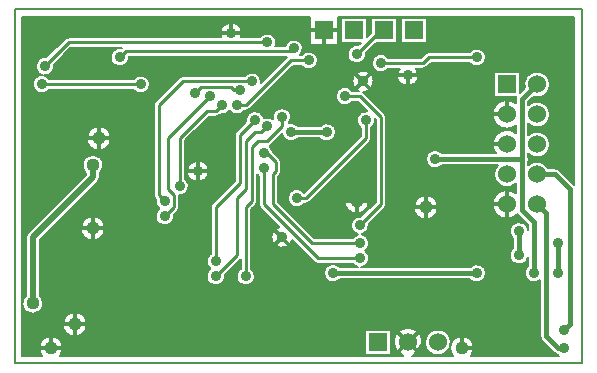
<source format=gbl>
%FSLAX23Y23*%
%MOIN*%
G04 EasyPC Gerber Version 17.0 Build 3379 *
%ADD12R,0.06000X0.06000*%
%ADD10C,0.00500*%
%ADD16C,0.01000*%
%ADD107C,0.01200*%
%ADD19C,0.01500*%
%ADD18C,0.02000*%
%ADD15C,0.03600*%
%ADD17C,0.04400*%
%ADD13C,0.06000*%
X0Y0D02*
D02*
D10*
X2599Y55D02*
X4489D01*
Y1236*
X2599*
Y55*
X2688Y80D02*
G75*
G02X2679Y105I31J25D01*
G01*
G75*
G02X2758I40*
G01*
G75*
G02X2750Y80I-40*
G01*
X3894*
G75*
G02X3861Y125I15J45*
G01*
G75*
G02X3956I48*
G01*
G75*
G02X3924Y80I-48*
G01*
X4058*
G75*
G02X4049Y105I31J25*
G01*
G75*
G02X4128I40*
G01*
G75*
G02X4120Y80I-40*
G01*
X4411*
G75*
G02X4406Y85I17J25*
G01*
G75*
G02X4395Y91I3J20*
G01*
X4355Y131*
G75*
G02X4349Y145I14J14*
G01*
Y332*
G75*
G02X4298Y355I-20J23*
G01*
G75*
G02X4309Y378I31*
G01*
Y409*
G75*
G02X4248Y415I-30J5*
G01*
G75*
G02X4259Y438I31*
G01*
Y472*
G75*
G02X4248Y495I20J23*
G01*
G75*
G02X4309Y500I31*
G01*
Y517*
X4275Y551*
G75*
G02X4273Y552I14J14*
G01*
G75*
G02X4239Y537I-35J33*
G01*
G75*
G02Y632J48*
G01*
G75*
G02X4269Y622J-48*
G01*
Y655*
G75*
G02X4209Y715I-30J30*
G01*
X4022*
G75*
G02X3968Y735I-23J20*
G01*
G75*
G02X4022Y755I31*
G01*
X4202*
G75*
G02X4269Y822I37J30*
G01*
Y848*
G75*
G02X4239Y837I-30J37*
G01*
G75*
G02Y932J48*
G01*
G75*
G02X4269Y922J-48*
G01*
Y935*
G75*
G02X4270Y942I20J0*
G01*
X4196*
Y1027*
X4281*
Y956*
X4298Y973*
G75*
G02X4339Y1027I41J12*
G01*
G75*
G02Y942J-43*
G01*
G75*
G02X4327Y944I0J43*
G01*
X4309Y927*
Y915*
G75*
G02X4339Y927I30J-30*
G01*
G75*
G02Y842J-43*
G01*
G75*
G02X4309Y855I0J43*
G01*
Y815*
G75*
G02X4339Y827I30J-30*
G01*
G75*
G02Y742J-43*
G01*
G75*
G02X4309Y755I0J43*
G01*
Y747*
G75*
G02Y723I-20J-12*
G01*
Y715*
G75*
G02X4376Y705I30J-30*
G01*
X4399*
G75*
G02X4413Y699J-20*
G01*
X4463Y649*
G75*
G02X4464Y648I-14J-14*
G01*
Y1211*
X3676*
Y1117*
X3581*
Y1211*
X2624*
Y80*
X2688*
X2636Y281D02*
Y475D01*
G75*
G02X2643Y491I23*
G01*
X2836Y684*
Y689*
G75*
G02X2824Y715I23J26*
G01*
G75*
G02X2893I35*
G01*
G75*
G02X2881Y689I-35*
G01*
Y675*
G75*
G02X2875Y659I-23*
G01*
X2681Y466*
Y281*
G75*
G02X2693Y255I-23J-26*
G01*
G75*
G02X2624I-35*
G01*
G75*
G02X2636Y281I35*
G01*
X2692Y1015D02*
G75*
G02X2704Y1075I7J30D01*
G01*
X2759Y1129*
G75*
G02X2790Y1142I20J-5*
G01*
X3286*
G75*
G02X3283Y1155I33J12*
G01*
G75*
G02X3354I36*
G01*
G75*
G02X3352Y1142I-36J0*
G01*
X3414*
G75*
G02X3467Y1112I25J-18*
G01*
X3499*
G75*
G02X3559Y1105I30J-8*
G01*
G75*
G02X3550Y1082I-31*
G01*
X3554*
G75*
G02X3609Y1065I25J-18*
G01*
G75*
G02X3554Y1047I-31*
G01*
X3526*
X3381Y903*
G75*
G02X3369Y897I-12J12*
G01*
X3364*
G75*
G02X3314Y897I-25J18*
G01*
G75*
G02X3284Y885I-25J17*
G01*
X3281Y883*
G75*
G02X3269Y877I-12J12*
G01*
X3246*
X3166Y798*
Y670*
G75*
G02X3146Y615I-18J-25*
G01*
Y575*
G75*
G02X3141Y563I-18*
G01*
X3129Y550*
G75*
G02X3129Y545I-30J-5*
G01*
G75*
G02X3068I-31*
G01*
G75*
G02X3081Y570I31*
G01*
G75*
G02X3068Y595I17J25*
G01*
G75*
G02X3069Y600I30J0*
G01*
X3067Y603*
G75*
G02X3061Y615I12J12*
G01*
Y915*
G75*
G02X3067Y927I18*
G01*
X3147Y1007*
G75*
G02X3159Y1012I12J-12*
G01*
X3364*
G75*
G02X3419Y990I25J-18*
G01*
X3507Y1077*
X3507Y1077*
X2979*
G75*
G02X2979Y1075I-30J-2*
G01*
G75*
G02X2918I-31*
G01*
G75*
G02X2954Y1105I31*
G01*
X2957Y1107*
X2957Y1107*
X2790*
G75*
G02X2783Y1105I-11J18*
G01*
X2729Y1050*
G75*
G02X2696Y1015I-30J-5*
G01*
G75*
G02X2714Y1002I-7J-30*
G01*
X2994*
G75*
G02X3049Y985I25J-18*
G01*
G75*
G02X2994Y967I-31*
G01*
X2714*
G75*
G02X2658Y985I-25J18*
G01*
G75*
G02X2692Y1015I31*
G01*
X2759Y185D02*
G75*
G02X2838I40D01*
G01*
G75*
G02X2759I-40*
G01*
X2819Y505D02*
G75*
G02X2898I40D01*
G01*
G75*
G02X2819I-40*
G01*
X2839Y805D02*
G75*
G02X2918I40D01*
G01*
G75*
G02X2839I-40*
G01*
X3173Y695D02*
G75*
G02X3244I36D01*
G01*
G75*
G02X3173I-36*
G01*
X3251Y420D02*
Y575D01*
G75*
G02X3257Y587I18*
G01*
X3331Y662*
Y815*
G75*
G02X3337Y827I18*
G01*
X3369Y860*
G75*
G02X3368Y865I30J5*
G01*
G75*
G02X3428Y873I31*
G01*
G75*
G02X3459Y868I11J-29*
G01*
G75*
G02X3458Y875I30J7*
G01*
G75*
G02X3519I31*
G01*
G75*
G02X3512Y855I-31*
G01*
G75*
G02X3542Y845I7J-30*
G01*
X3616*
G75*
G02X3669Y825I23J-20*
G01*
G75*
G02X3616Y805I-31*
G01*
X3542*
G75*
G02X3489Y820I-23J20*
G01*
X3451Y783*
G75*
G02X3447Y779I-12J12*
G01*
G75*
G02X3459Y760I-18J-25*
G01*
X3481Y737*
G75*
G02X3486Y725I-12J-12*
G01*
Y695*
G75*
G02X3481Y683I-18*
G01*
X3476Y678*
Y592*
X3596Y472*
X3724*
G75*
G02X3743Y485I25J-18*
G01*
G75*
G02X3754Y545I5J30*
G01*
X3801Y592*
Y868*
X3799Y870*
G75*
G02X3786Y840I-30J-5*
G01*
Y805*
G75*
G02X3781Y793I-18*
G01*
X3581Y593*
G75*
G02X3569Y587I-12J12*
G01*
X3564*
G75*
G02X3508Y605I-25J18*
G01*
G75*
G02X3563Y624I31*
G01*
X3751Y812*
Y840*
G75*
G02X3774Y895I18J25*
G01*
X3742Y927*
X3724*
G75*
G02X3668Y945I-25J18*
G01*
G75*
G02X3724Y962I31*
G01*
X3745*
G75*
G02X3723Y995I14J33*
G01*
G75*
G02X3794I36*
G01*
G75*
G02X3759Y959I-36*
G01*
G75*
G02X3761Y957I-10J-15*
G01*
X3831Y887*
G75*
G02X3836Y875I-12J-12*
G01*
Y585*
G75*
G02X3831Y573I-18*
G01*
X3779Y520*
G75*
G02X3754Y485I-30J-5*
G01*
G75*
G02X3766Y430I-5J-30*
G01*
G75*
G02X3754Y375I-17J-25*
G01*
X4116*
G75*
G02X4169Y355I23J-20*
G01*
G75*
G02X4116Y335I-31*
G01*
X3682*
G75*
G02X3628Y355I-23J20*
G01*
G75*
G02X3682Y375I31*
G01*
X3743*
G75*
G02X3724Y387I5J30*
G01*
X3609*
G75*
G02X3597Y393J18*
G01*
X3523Y466*
G75*
G02X3453Y475I-34J9*
G01*
G75*
G02X3480Y509I36*
G01*
X3417Y573*
G75*
G02X3411Y585I12J12*
G01*
Y680*
G75*
G02X3406Y684I18J25*
G01*
Y595*
G75*
G02X3401Y583I-18*
G01*
X3386Y568*
Y370*
G75*
G02X3399Y345I-18J-25*
G01*
G75*
G02X3338I-31*
G01*
G75*
G02X3351Y370I31*
G01*
Y403*
X3351Y403*
X3299Y350*
G75*
G02X3299Y345I-30J-5*
G01*
G75*
G02X3238I-31*
G01*
G75*
G02X3251Y370I31*
G01*
G75*
G02X3251Y420I17J25*
G01*
X3699Y595D02*
G75*
G02X3778I40D01*
G01*
G75*
G02X3699I-40*
G01*
X3744Y1115D02*
X3752Y1122D01*
X3686*
Y1207*
X3771*
Y1142*
X3786Y1157*
Y1207*
X3871*
Y1122*
X3801*
X3769Y1090*
G75*
G02X3769Y1085I-30J-5*
G01*
G75*
G02X3708I-31*
G01*
G75*
G02X3744Y1115I31*
G01*
X3844Y1037D02*
G75*
G02X3788Y1055I-25J18D01*
G01*
G75*
G02X3844Y1072I31*
G01*
X3952*
X3967Y1087*
G75*
G02X3979Y1092I12J-12*
G01*
X4114*
G75*
G02X4169Y1075I25J-18*
G01*
G75*
G02X4114Y1057I-31*
G01*
X3986*
X3971Y1043*
G75*
G02X3959Y1037I-12J12*
G01*
X3936*
G75*
G02X3944Y1015I-27J-22*
G01*
G75*
G02X3873I-36*
G01*
G75*
G02X3881Y1037I36J0*
G01*
X3844*
X3851Y167D02*
Y82D01*
X3766*
Y167*
X3851*
X3886Y1122D02*
Y1207D01*
X3971*
Y1122*
X3886*
X3929Y575D02*
G75*
G02X4008I40D01*
G01*
G75*
G02X3929I-40*
G01*
X4051Y125D02*
G75*
G02X3966I-43D01*
G01*
G75*
G02X4051I43*
G01*
X2624Y485D02*
G36*
Y185D01*
X2759*
G75*
G02X2838I40*
G01*
X4349*
Y332*
G75*
G02X4298Y355I-20J23*
G01*
G75*
G02X4309Y378I31*
G01*
Y409*
G75*
G02X4248Y415I-30J5*
G01*
G75*
G02X4259Y438I31*
G01*
Y472*
G75*
G02X4250Y485I20J23*
G01*
X3754*
G75*
G02X3766Y430I-5J-30*
G01*
G75*
G02X3754Y375I-17J-25*
G01*
X4116*
G75*
G02X4169Y355I23J-20*
G01*
G75*
G02X4116Y335I-31*
G01*
X3682*
G75*
G02X3628Y355I-23J20*
G01*
G75*
G02X3682Y375I31*
G01*
X3743*
G75*
G02X3724Y387I5J30*
G01*
X3609*
G75*
G02X3597Y393J18*
G01*
X3523Y466*
G75*
G02X3453Y475I-34J9*
G01*
G75*
G02X3480Y509I36*
G01*
X3417Y573*
G75*
G02X3411Y585I12J12*
G01*
Y680*
G75*
G02X3406Y684I18J25*
G01*
Y595*
G75*
G02X3401Y583I-18*
G01*
X3386Y568*
Y370*
G75*
G02X3399Y345I-18J-25*
G01*
G75*
G02X3338I-31*
G01*
G75*
G02X3351Y370I31*
G01*
Y403*
X3351Y403*
X3299Y350*
G75*
G02X3299Y345I-30J-5*
G01*
G75*
G02X3238I-31*
G01*
G75*
G02X3251Y370I31*
G01*
G75*
G02X3251Y420I17J25*
G01*
Y485*
X2893*
G75*
G02X2825I-34J20*
G01*
X2701*
X2681Y466*
Y281*
G75*
G02X2693Y255I-23J-26*
G01*
G75*
G02X2624I-35*
G01*
G75*
G02X2636Y281I35*
G01*
Y475*
G75*
G02X2639Y485I23J0*
G01*
X2624*
G37*
X2639D02*
G36*
G75*
G02X2643Y491I20J-10D01*
G01*
X2747Y595*
X2624*
Y485*
X2639*
G37*
X2825D02*
G36*
G75*
G02X2819Y505I34J20D01*
G01*
G75*
G02X2898I40*
G01*
G75*
G02X2893Y485I-40*
G01*
X3251*
Y575*
G75*
G02X3257Y587I18*
G01*
X3264Y595*
X3146*
Y575*
G75*
G02X3141Y563I-18*
G01*
X3129Y550*
G75*
G02X3129Y545I-30J-5*
G01*
G75*
G02X3068I-31*
G01*
G75*
G02X3081Y570I31*
G01*
G75*
G02X3068Y595I17J25*
G01*
X2811*
X2701Y485*
X2825*
G37*
X4250D02*
G36*
G75*
G02X4248Y495I29J10D01*
G01*
G75*
G02X4309Y500I31*
G01*
Y517*
X4275Y551*
G75*
G02X4273Y552I14J14*
G01*
G75*
G02X4239Y537I-35J33*
G01*
G75*
G02X4193Y595J48*
G01*
X4003*
G75*
G02X4008Y575I-34J-20*
G01*
G75*
G02X3929I-40*
G01*
G75*
G02X3935Y595I40*
G01*
X3836*
Y585*
G75*
G02X3831Y573I-18*
G01*
X3779Y520*
G75*
G02X3754Y485I-30J-5*
G01*
X4250*
G37*
X2624Y852D02*
G36*
Y805D01*
X2839*
G75*
G02X2918I40*
G01*
X3061*
Y852*
X2624*
G37*
X3061D02*
G36*
Y915D01*
G75*
G02X3067Y927I18*
G01*
X3147Y1007*
G75*
G02X3159Y1012I12J-12*
G01*
X3364*
G75*
G02X3419Y990I25J-18*
G01*
X3507Y1077*
X3507Y1077*
X2979*
G75*
G02X2979Y1075I-30J-2*
G01*
G75*
G02X2918I-31*
G01*
G75*
G02X2954Y1105I31*
G01*
X2957Y1107*
X2957Y1107*
X2790*
G75*
G02X2783Y1105I-11J18*
G01*
X2729Y1050*
G75*
G02X2696Y1015I-30J-5*
G01*
G75*
G02X2714Y1002I-7J-30*
G01*
X2994*
G75*
G02X3049Y985I25J-18*
G01*
G75*
G02X2994Y967I-31*
G01*
X2714*
G75*
G02X2658Y985I-25J18*
G01*
G75*
G02X2692Y1015I31*
G01*
G75*
G02X2669Y1042I7J30*
G01*
X2624*
Y852*
X3061*
G37*
X3221D02*
G36*
X3174Y805D01*
X3331*
Y815*
G75*
G02X3337Y827I18*
G01*
X3362Y852*
X3221*
G37*
X3362D02*
G36*
X3369Y860D01*
G75*
G02X3368Y865I30J5*
G01*
G75*
G02X3428Y873I31*
G01*
G75*
G02X3459Y868I11J-29*
G01*
G75*
G02X3458Y875I30J7*
G01*
G75*
G02X3519I31*
G01*
G75*
G02X3512Y855I-31*
G01*
G75*
G02X3542Y845I7J-30*
G01*
X3616*
G75*
G02X3669Y825I23J-20*
G01*
G75*
G02X3616Y805I-31*
G01*
X3542*
G75*
G02X3489Y820I-23J20*
G01*
X3451Y783*
G75*
G02X3447Y779I-12J12*
G01*
G75*
G02X3459Y760I-18J-25*
G01*
X3481Y737*
G75*
G02X3486Y725I-12J-12*
G01*
Y695*
G75*
G02X3481Y683I-18*
G01*
X3476Y678*
Y592*
X3596Y472*
X3724*
G75*
G02X3743Y485I25J-18*
G01*
G75*
G02X3754Y545I5J30*
G01*
X3801Y592*
Y595*
X3778*
G75*
G02X3699I-40*
G01*
X3584*
X3581Y593*
G75*
G02X3569Y587I-12J12*
G01*
X3564*
G75*
G02X3508Y605I-25J18*
G01*
G75*
G02X3563Y624I31*
G01*
X3751Y812*
Y840*
G75*
G02X3774Y895I18J25*
G01*
X3742Y927*
X3724*
G75*
G02X3668Y945I-25J18*
G01*
G75*
G02X3724Y962I31*
G01*
X3745*
G75*
G02X3723Y995I14J33*
G01*
G75*
G02X3794I36*
G01*
G75*
G02X3759Y959I-36*
G01*
G75*
G02X3761Y957I-10J-15*
G01*
X3831Y887*
G75*
G02X3836Y875I-12J-12*
G01*
Y852*
X4204*
G75*
G02X4239Y932I35J33*
G01*
G75*
G02X4269Y922J-48*
G01*
Y935*
G75*
G02X4270Y942I20J0*
G01*
X4196*
Y1027*
X4281*
Y956*
X4298Y973*
G75*
G02X4339Y1027I41J12*
G01*
G75*
G02Y942J-43*
G01*
G75*
G02X4327Y944I0J43*
G01*
X4309Y927*
Y915*
G75*
G02X4339Y927I30J-30*
G01*
G75*
G02Y842J-43*
G01*
G75*
G02X4309Y855I0J43*
G01*
Y815*
G75*
G02X4339Y827I30J-30*
G01*
G75*
G02Y742J-43*
G01*
G75*
G02X4309Y755I0J43*
G01*
Y747*
G75*
G02Y723I-20J-12*
G01*
Y715*
G75*
G02X4376Y705I30J-30*
G01*
X4399*
G75*
G02X4413Y699J-20*
G01*
X4463Y649*
G75*
G02X4464Y648I-14J-14*
G01*
Y1042*
X3971*
G75*
G02X3959Y1037I-12J13*
G01*
X3936*
G75*
G02X3944Y1015I-27J-22*
G01*
G75*
G02X3873I-36*
G01*
G75*
G02X3881Y1037I36J0*
G01*
X3844*
G75*
G02X3791Y1042I-25J18*
G01*
X3600*
G75*
G02X3554Y1047I-21J23*
G01*
X3526*
X3381Y903*
G75*
G02X3369Y897I-12J12*
G01*
X3364*
G75*
G02X3314Y897I-25J18*
G01*
G75*
G02X3284Y885I-25J17*
G01*
X3281Y883*
G75*
G02X3269Y877I-12J12*
G01*
X3246*
X3221Y852*
X3362*
G37*
X3836D02*
G36*
Y805D01*
X4196*
G75*
G02X4269Y822I43J-20*
G01*
Y848*
G75*
G02X4239Y837I-30J37*
G01*
G75*
G02X4204Y852J48*
G01*
X3836*
G37*
X2624Y185D02*
G36*
Y80D01*
X2688*
G75*
G02X2679Y105I31J25*
G01*
G75*
G02X2753Y125I40*
G01*
X3766*
Y167*
X3851*
Y125*
X3861*
G75*
G02X3956I48*
G01*
X3966*
G75*
G02X4051I43*
G01*
X4055*
G75*
G02X4128Y105I34J-20*
G01*
G75*
G02X4120Y80I-40*
G01*
X4411*
G75*
G02X4406Y85I17J25*
G01*
G75*
G02X4395Y91I3J20*
G01*
X4355Y131*
G75*
G02X4349Y145I14J14*
G01*
Y185*
X2838*
G75*
G02X2759I-40*
G01*
X2624*
G37*
Y805D02*
G36*
Y695D01*
X2831*
G75*
G02X2824Y715I28J20*
G01*
G75*
G02X2893I35*
G01*
G75*
G02X2887Y695I-35*
G01*
X3061*
Y805*
X2918*
G75*
G02X2839I-40*
G01*
X2624*
G37*
X3174D02*
G36*
X3166Y798D01*
Y695*
X3173*
G75*
G02X3244I36*
G01*
X3331*
Y805*
X3174*
G37*
X3836D02*
G36*
Y695D01*
X4198*
G75*
G02X4209Y715I41J-10*
G01*
X4022*
G75*
G02X3968Y735I-23J20*
G01*
G75*
G02X4022Y755I31*
G01*
X4202*
G75*
G02X4196Y805I37J30*
G01*
X3836*
G37*
X2624Y695D02*
G36*
Y595D01*
X2747*
X2836Y684*
Y689*
G75*
G02X2831Y695I23J26*
G01*
X2624*
G37*
X2887D02*
G36*
G75*
G02X2881Y689I-28J20D01*
G01*
Y675*
G75*
G02X2875Y659I-23*
G01*
X2811Y595*
X3068*
G75*
G02X3069Y600I30J0*
G01*
X3067Y603*
G75*
G02X3061Y615I12J12*
G01*
Y695*
X2887*
G37*
X3166D02*
G36*
Y670D01*
G75*
G02X3146Y615I-18J-25*
G01*
Y595*
X3264*
X3331Y662*
Y695*
X3244*
G75*
G02X3173I-36*
G01*
X3166*
G37*
X3836D02*
G36*
Y595D01*
X3935*
G75*
G02X4003I34J-20*
G01*
X4193*
G75*
G02X4239Y632I46J-10*
G01*
G75*
G02X4269Y622J-48*
G01*
Y655*
G75*
G02X4198Y695I-30J30*
G01*
X3836*
G37*
X3699Y595D02*
G36*
G75*
G02X3778I40D01*
G01*
X3801*
Y868*
X3799Y870*
G75*
G02X3786Y840I-30J-5*
G01*
Y805*
G75*
G02X3781Y793I-18*
G01*
X3584Y595*
X3699*
G37*
X2624Y1131D02*
G36*
Y1042D01*
X2669*
G75*
G02X2704Y1075I30J3*
G01*
X2759Y1129*
G75*
G02X2759Y1131I20J-4*
G01*
X2624*
G37*
X2759D02*
G36*
G75*
G02X2790Y1142I20J-6D01*
G01*
X3286*
G75*
G02X3283Y1155I33J12*
G01*
G75*
G02X3354I36*
G01*
G75*
G02X3352Y1142I-36J0*
G01*
X3414*
G75*
G02X3467Y1112I25J-18*
G01*
X3499*
G75*
G02X3545Y1131I30J-8*
G01*
X3581*
Y1211*
X2624*
Y1131*
X2759*
G37*
X3545D02*
G36*
G75*
G02X3559Y1105I-16J-26D01*
G01*
G75*
G02X3550Y1082I-31*
G01*
X3554*
G75*
G02X3609Y1065I25J-18*
G01*
G75*
G02X3600Y1042I-31*
G01*
X3791*
G75*
G02X3788Y1055I28J12*
G01*
G75*
G02X3844Y1072I31*
G01*
X3952*
X3967Y1087*
G75*
G02X3979Y1092I12J-12*
G01*
X4114*
G75*
G02X4169Y1075I25J-18*
G01*
G75*
G02X4114Y1057I-31*
G01*
X3986*
X3971Y1043*
X3971Y1042*
X4464*
Y1131*
X3971*
Y1122*
X3886*
Y1131*
X3871*
Y1122*
X3801*
X3769Y1090*
G75*
G02X3769Y1085I-30J-5*
G01*
G75*
G02X3708I-31*
G01*
G75*
G02X3744Y1115I31*
G01*
X3752Y1122*
X3686*
Y1131*
X3676*
Y1117*
X3581*
Y1131*
X3545*
G37*
X3686D02*
G36*
Y1207D01*
X3771*
Y1142*
X3786Y1157*
Y1207*
X3871*
Y1131*
X3886*
Y1207*
X3971*
Y1131*
X4464*
Y1211*
X3676*
Y1131*
X3686*
G37*
X2753Y125D02*
G36*
G75*
G02X2758Y105I-34J-20D01*
G01*
G75*
G02X2750Y80I-40*
G01*
X3894*
G75*
G02X3861Y125I15J45*
G01*
X3851*
Y82*
X3766*
Y125*
X2753*
G37*
X3956D02*
G36*
G75*
G02X3924Y80I-48D01*
G01*
X4058*
G75*
G02X4049Y105I31J25*
G01*
G75*
G02X4055Y125I40*
G01*
X4051*
G75*
G02X3966I-43*
G01*
X3956*
G37*
D02*
D12*
X3629Y1165D03*
X3729D03*
X3809Y125D03*
X3829Y1165D03*
X3929D03*
X4239Y985D03*
D02*
D13*
X3909Y125D03*
X4009D03*
X4239Y585D03*
Y685D03*
Y785D03*
Y885D03*
X4339Y585D03*
Y685D03*
Y785D03*
Y885D03*
Y985D03*
D02*
D15*
X2689D03*
X2699Y1045D03*
X2949Y1075D03*
X3019Y985D03*
X3099Y545D03*
Y595D03*
X3149Y645D03*
X3199Y955D03*
X3209Y695D03*
X3249Y945D03*
X3269Y345D03*
Y395D03*
X3289Y915D03*
X3319Y1155D03*
X3339Y915D03*
X3349Y965D03*
X3369Y345D03*
X3389Y995D03*
X3399Y865D03*
X3429Y705D03*
Y755D03*
X3439Y845D03*
Y1125D03*
X3489Y475D03*
Y875D03*
X3519Y825D03*
X3529Y1105D03*
X3539Y605D03*
X3579Y1065D03*
X3639Y825D03*
X3659Y355D03*
X3699Y945D03*
X3739Y1085D03*
X3749Y405D03*
Y455D03*
Y515D03*
X3759Y995D03*
X3769Y865D03*
X3819Y1055D03*
X3909Y1015D03*
X3999Y735D03*
X4139Y355D03*
Y1075D03*
X4279Y415D03*
Y495D03*
X4329Y355D03*
X4409D03*
Y455D03*
X4429Y105D03*
Y165D03*
D02*
D16*
X2699Y1045D02*
X2779Y1125D01*
X3019Y985D02*
X2689D01*
X3099Y545D02*
X3129Y575D01*
Y615*
X3109Y635*
Y805*
X3249Y945*
X3099Y595D02*
X3079Y615D01*
Y915*
X3159Y995*
X3389*
X3269Y345D02*
X3339Y415D01*
Y605*
X3369Y635*
Y795*
X3399Y825*
X3419*
X3439Y845*
X3269Y395D02*
Y575D01*
X3349Y655*
Y815*
X3399Y865*
X3289Y915D02*
X3269Y895D01*
X3239*
X3149Y805*
Y645*
X3349Y965D02*
X3329D01*
X3319Y975*
X3219*
X3199Y955*
X3369Y345D02*
Y575D01*
X3389Y595*
Y775*
X3409Y795*
X3439*
X3489Y845*
Y875*
X3439Y1125D02*
X2779D01*
X3529Y1105D02*
X3519Y1095D01*
X2969*
X2949Y1075*
X3539Y605D02*
X3569D01*
X3769Y805*
Y865*
X3579Y1065D02*
X3519D01*
X3369Y915*
X3339*
X3749Y405D02*
X3609D01*
X3429Y585*
Y705*
X3749Y455D02*
X3589D01*
X3459Y585*
Y685*
X3469Y695*
Y725*
X3439Y755*
X3429*
X3749Y515D02*
X3819Y585D01*
Y875*
X3749Y945*
X3699*
X3819Y1055D02*
X3959D01*
X3979Y1075*
X4139*
X3829Y1165D02*
X3819D01*
X3739Y1085*
D02*
D17*
X2659Y255D03*
X2719Y105D03*
X2799Y185D03*
X2859Y505D03*
Y715D03*
X2879Y805D03*
X3739Y595D03*
X3969Y575D03*
X4089Y105D03*
D02*
D18*
X2859Y715D02*
Y675D01*
X2659Y475*
Y255*
D02*
D19*
X3639Y825D02*
X3519D01*
X3659Y355D02*
X4139D01*
X3999Y735D02*
X4289D01*
X4279Y415D02*
Y495D01*
X4289Y735D02*
Y935D01*
X4339Y985*
X4329Y355D02*
Y525D01*
X4289Y565*
Y735*
X4409Y355D02*
Y455D01*
X4429Y105D02*
X4409D01*
X4369Y145*
Y555*
X4339Y585*
X4429Y165D02*
X4449Y185D01*
Y635*
X4399Y685*
X4339*
D02*
D107*
X2703Y105D02*
X2676D01*
X2719Y121D02*
Y148D01*
X2735Y105D02*
X2762D01*
X2783Y185D02*
X2756D01*
X2799Y169D02*
Y142D01*
Y201D02*
Y228D01*
X2815Y185D02*
X2842D01*
X2843Y505D02*
X2816D01*
X2859Y489D02*
Y462D01*
Y521D02*
Y548D01*
X2863Y805D02*
X2836D01*
X2875Y505D02*
X2902D01*
X2879Y789D02*
Y762D01*
Y821D02*
Y848D01*
X2895Y805D02*
X2922D01*
X3197Y695D02*
X3170D01*
X3209Y683D02*
Y656D01*
Y707D02*
Y734D01*
X3221Y695D02*
X3248D01*
X3307Y1155D02*
X3280D01*
X3319Y1167D02*
Y1194D01*
X3331Y1155D02*
X3358D01*
X3480Y466D02*
X3461Y447D01*
X3480Y483D02*
X3461Y503D01*
X3497Y466D02*
X3517Y447D01*
X3605Y1165D02*
X3578D01*
X3629Y1141D02*
Y1114D01*
X3653Y1165D02*
X3680D01*
X3723Y595D02*
X3696D01*
X3739Y579D02*
Y552D01*
Y611D02*
Y638D01*
X3750Y986D02*
X3731Y967D01*
X3750Y1003D02*
X3731Y1023D01*
X3755Y595D02*
X3782D01*
X3767Y986D02*
X3787Y967D01*
X3767Y1003D02*
X3787Y1023D01*
X3892Y108D02*
X3873Y89D01*
X3892Y142D02*
X3873Y161D01*
X3897Y1015D02*
X3870D01*
X3909Y1003D02*
Y976D01*
X3921Y1015D02*
X3948D01*
X3926Y108D02*
X3945Y89D01*
X3926Y142D02*
X3945Y161D01*
X3953Y575D02*
X3926D01*
X3969Y559D02*
Y532D01*
Y591D02*
Y618D01*
X3985Y575D02*
X4012D01*
X4089Y121D02*
Y148D01*
X4105Y105D02*
X4132D01*
X4215Y585D02*
X4188D01*
X4215Y785D02*
X4188D01*
X4215Y885D02*
X4188D01*
X4239Y561D02*
Y534D01*
Y609D02*
Y636D01*
Y909D02*
Y936D01*
X0Y0D02*
M02*

</source>
